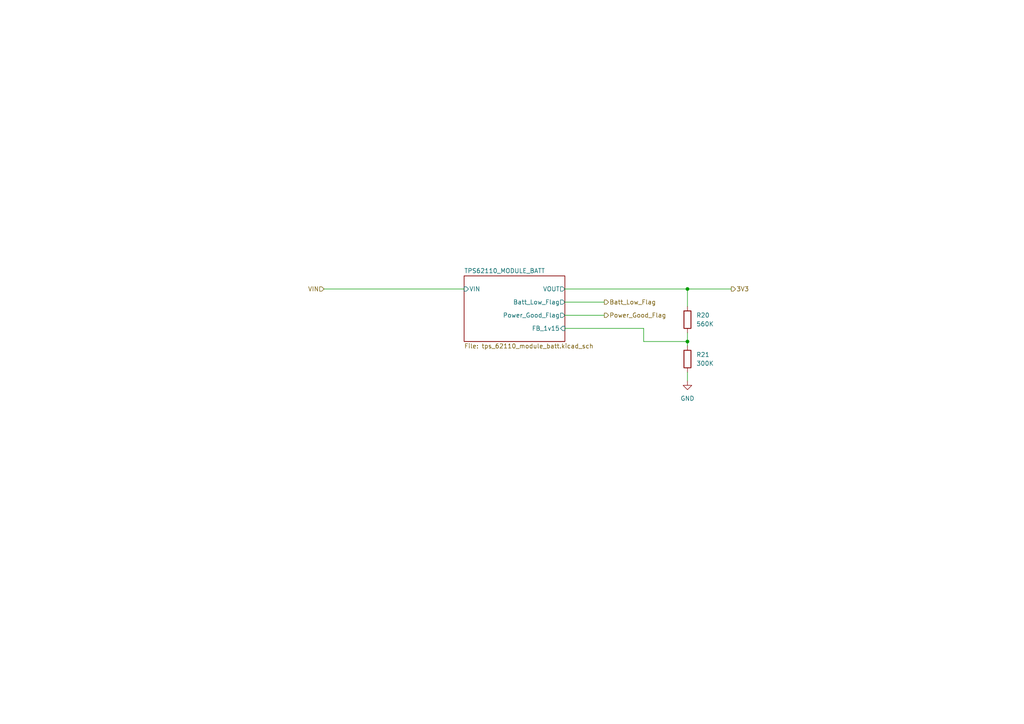
<source format=kicad_sch>
(kicad_sch (version 20230121) (generator eeschema)
  (paper "A4")
  (lib_symbols
    (symbol "Device:R" (pin_numbers hide) (pin_names (offset 0))
      (property "Reference" "R" (at 2.032 0 90))
      (property "Value" "R" (at 0 0 90))
      (symbol "R_0_1"
        (rectangle (start -1.016 -2.54) (end 1.016 2.54) (stroke (width 0.254)))
      )
      (symbol "R_1_1"
        (pin passive line (at 0 3.81 270) (length 1.27) (name "~") (number "1"))
        (pin passive line (at 0 -3.81 90) (length 1.27) (name "~") (number "2"))
      )
    )
    (symbol "power:GND" (power) (pin_names (offset 0))
      (property "Value" "GND" (at 0 -3.81 0))
      (symbol "GND_0_1"
        (polyline (pts (xy 0 0) (xy 0 -1.27) (xy 1.27 -1.27) (xy 0 -2.54) (xy -1.27 -1.27) (xy 0 -1.27)))
      )
      (symbol "GND_1_1"
        (pin power_in line (at 0 0 270) (length 0) hide (name "GND") (number "1"))
      )
    )
  )
  (junction (at 199.39 99.06))
  (junction (at 199.39 83.82))
  (wire (pts (xy 199.39 96.52) (xy 199.39 99.06)))
  (wire (pts (xy 199.39 83.82) (xy 212.09 83.82)))
  (wire (pts (xy 186.69 99.06) (xy 199.39 99.06)))
  (wire (pts (xy 186.69 95.25) (xy 186.69 99.06)))
  (wire (pts (xy 163.83 83.82) (xy 199.39 83.82)))
  (wire (pts (xy 163.83 91.44) (xy 175.26 91.44)))
  (wire (pts (xy 199.39 110.49) (xy 199.39 107.95)))
  (wire (pts (xy 199.39 88.9) (xy 199.39 83.82)))
  (wire (pts (xy 163.83 95.25) (xy 186.69 95.25)))
  (wire (pts (xy 93.98 83.82) (xy 134.62 83.82)))
  (wire (pts (xy 163.83 87.63) (xy 175.26 87.63)))
  (wire (pts (xy 199.39 99.06) (xy 199.39 100.33)))
  (hierarchical_label "Power_Good_Flag" (shape output) (at 175.26 91.44 0))
  (hierarchical_label "3V3" (shape output) (at 212.09 83.82 0))
  (hierarchical_label "Batt_Low_Flag" (shape output) (at 175.26 87.63 0))
  (hierarchical_label "VIN" (shape input) (at 93.98 83.82 180))
  (symbol (lib_id "Device:R") (at 199.39 92.71 0) (unit 1)
    (property "Reference" "R20" (at 201.93 91.4399 0) (effects (justify left)))
    (property "Value" "560K" (at 201.93 93.9799 0) (effects (justify left)))
    (property "Footprint" "Resistor_SMD:R_1206_3216Metric" (effects hide))
  )
  (symbol (lib_id "Device:R") (at 199.39 104.14 0) (unit 1)
    (property "Reference" "R21" (at 201.93 102.8699 0) (effects (justify left)))
    (property "Value" "300K" (at 201.93 105.4099 0) (effects (justify left)))
    (property "Footprint" "Resistor_SMD:R_1206_3216Metric" (effects hide))
  )
  (symbol (lib_id "power:GND") (at 199.39 110.49 0) (unit 1)
    (property "Reference" "#PWR038" (effects hide))
    (property "Value" "GND" (at 199.39 115.57 0))
  )
  (sheet (at 134.62 80.01) (size 29.21 19.05) (stroke (width 0.1524))
    (property "Sheetname" "TPS62110_MODULE_BATT" (at 134.62 79.2984 0) (effects (justify left bottom)))
    (property "Sheetfile" "tps_62110_module_batt.kicad_sch" (at 134.62 99.6446 0) (effects (justify left top)))
    (pin "FB_1v15" input (at 163.83 95.25 0))
    (pin "Batt_Low_Flag" output (at 163.83 87.63 0))
    (pin "VOUT" output (at 163.83 83.82 0))
    (pin "VIN" input (at 134.62 83.82 180))
    (pin "Power_Good_Flag" output (at 163.83 91.44 0))
  )
)
</source>
